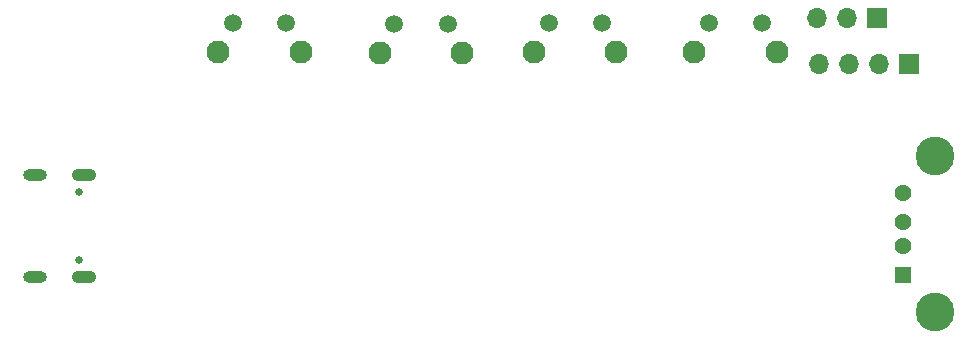
<source format=gbr>
%TF.GenerationSoftware,KiCad,Pcbnew,(5.1.10)-1*%
%TF.CreationDate,2022-04-11T13:22:52+08:00*%
%TF.ProjectId,stm32f103,73746d33-3266-4313-9033-2e6b69636164,rev?*%
%TF.SameCoordinates,Original*%
%TF.FileFunction,Soldermask,Bot*%
%TF.FilePolarity,Negative*%
%FSLAX46Y46*%
G04 Gerber Fmt 4.6, Leading zero omitted, Abs format (unit mm)*
G04 Created by KiCad (PCBNEW (5.1.10)-1) date 2022-04-11 13:22:52*
%MOMM*%
%LPD*%
G01*
G04 APERTURE LIST*
%ADD10R,1.428000X1.428000*%
%ADD11C,1.428000*%
%ADD12C,3.276000*%
%ADD13O,2.000000X1.000000*%
%ADD14O,2.100000X1.050000*%
%ADD15C,0.650000*%
%ADD16O,1.700000X1.700000*%
%ADD17R,1.700000X1.700000*%
%ADD18C,1.498000*%
%ADD19C,1.950000*%
G04 APERTURE END LIST*
D10*
%TO.C,J3*%
X189390000Y-102300000D03*
D11*
X189390000Y-99800000D03*
X189390000Y-97800000D03*
X189390000Y-95300000D03*
D12*
X192100000Y-105370000D03*
X192100000Y-92230000D03*
%TD*%
D13*
%TO.C,J9*%
X115930000Y-93810000D03*
X115930000Y-102450000D03*
D14*
X120110000Y-93810000D03*
X120110000Y-102450000D03*
D15*
X119610000Y-101020000D03*
X119610000Y-95240000D03*
%TD*%
D16*
%TO.C,J1*%
X182280000Y-84400000D03*
X184820000Y-84400000D03*
X187360000Y-84400000D03*
D17*
X189900000Y-84400000D03*
%TD*%
D16*
%TO.C,J2*%
X182160000Y-80500000D03*
X184700000Y-80500000D03*
D17*
X187240000Y-80500000D03*
%TD*%
D18*
%TO.C,S1*%
X137150000Y-80900000D03*
X132650000Y-80900000D03*
D19*
X138405000Y-83390000D03*
X131395000Y-83390000D03*
%TD*%
D18*
%TO.C,S2*%
X150850000Y-81000000D03*
X146350000Y-81000000D03*
D19*
X152105000Y-83490000D03*
X145095000Y-83490000D03*
%TD*%
D18*
%TO.C,S3*%
X163900000Y-80900000D03*
X159400000Y-80900000D03*
D19*
X165155000Y-83390000D03*
X158145000Y-83390000D03*
%TD*%
%TO.C,S4*%
X171695000Y-83390000D03*
X178705000Y-83390000D03*
D18*
X172950000Y-80900000D03*
X177450000Y-80900000D03*
%TD*%
M02*

</source>
